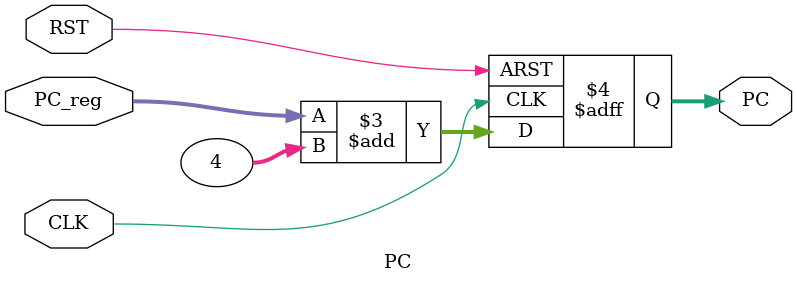
<source format=v>
module PC #(parameter PC_WIDTH = 32)
(
input                          CLK ,RST,
input      [PC_WIDTH - 1 : 0]   PC_reg ,
output reg [PC_WIDTH - 1 : 0]   PC 
);

always @( posedge CLK or negedge RST )
begin
if (!RST)
  PC <= 32'b0 ;
else 
  PC <= PC_reg + 4 ;
end

endmodule
</source>
